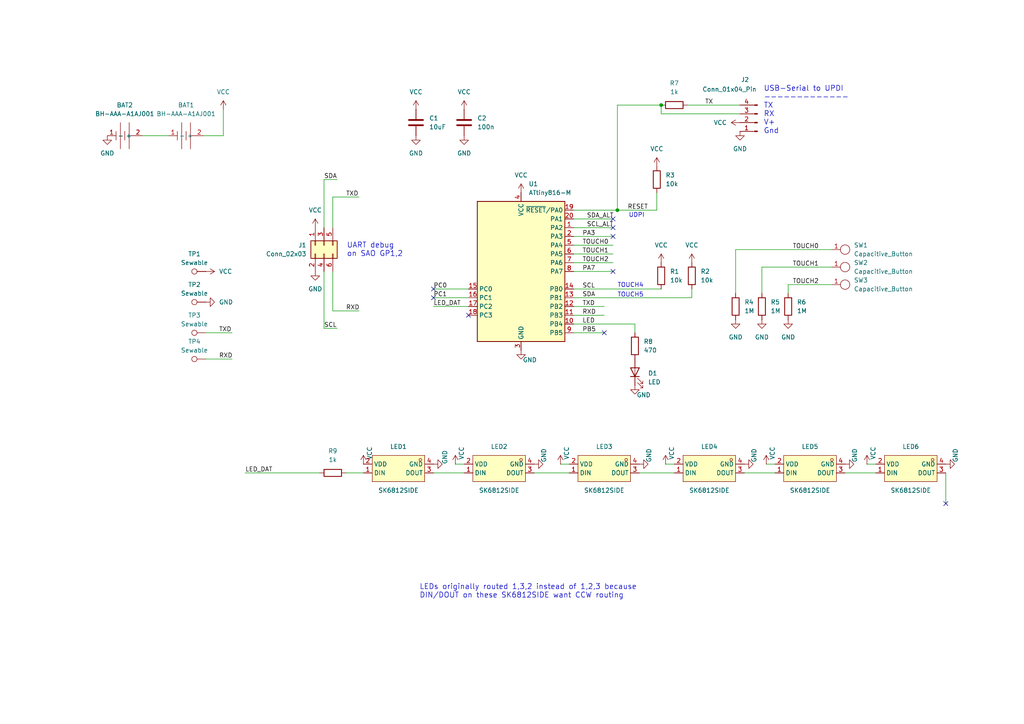
<source format=kicad_sch>
(kicad_sch (version 20250114) (generator "eeschema") (generator_version "9.0")
  (paper "A4")
  (title_block (title "Sketching2025_badge") (date "2024-08-28") (company "todbot  / Tod Kurt"))
  (lib_symbols
    (symbol "Connector:Conn_01x04_Pin" (pin_names (offset 1.016) (hide yes))
      (property "Reference" "J" (at 0 5.08 0))
      (property "Value" "Conn_01x04_Pin" (at 0 -7.62 0))
      (symbol "Conn_01x04_Pin_1_1"
        (rectangle (start 0.8636 2.667) (end 0 2.413) (stroke (width 0.1524)) (fill (type outline)))
        (rectangle (start 0.8636 0.127) (end 0 -0.127) (stroke (width 0.1524)) (fill (type outline)))
        (rectangle (start 0.8636 -2.413) (end 0 -2.667) (stroke (width 0.1524)) (fill (type outline)))
        (rectangle (start 0.8636 -4.953) (end 0 -5.207) (stroke (width 0.1524)) (fill (type outline)))
        (polyline (pts (xy 1.27 2.54) (xy 0.8636 2.54)) (stroke (width 0.1524)))
        (polyline (pts (xy 1.27 0) (xy 0.8636 0)) (stroke (width 0.1524)))
        (polyline (pts (xy 1.27 -2.54) (xy 0.8636 -2.54)) (stroke (width 0.1524)))
        (polyline (pts (xy 1.27 -5.08) (xy 0.8636 -5.08)) (stroke (width 0.1524)))
        (pin passive line (at 5.08 2.54 180) (length 3.81) (name "Pin_1") (number "1"))
        (pin passive line (at 5.08 0 180) (length 3.81) (name "Pin_2") (number "2"))
        (pin passive line (at 5.08 -2.54 180) (length 3.81) (name "Pin_3") (number "3"))
        (pin passive line (at 5.08 -5.08 180) (length 3.81) (name "Pin_4") (number "4"))
      )
    )
    (symbol "Connector:TestPoint" (pin_numbers (hide yes)) (pin_names (offset 0.762) (hide yes))
      (property "Reference" "TP" (at 0 6.858 0))
      (property "Value" "TestPoint" (at 0 5.08 0))
      (symbol "TestPoint_0_1"
        (circle (center 0 3.302) (radius 0.762))
      )
      (symbol "TestPoint_1_1"
        (pin passive line (at 0 0 90) (length 2.54) (name "1") (number "1"))
      )
    )
    (symbol "Device:C" (pin_numbers (hide yes)) (pin_names (offset 0.254))
      (property "Reference" "C" (at 0.635 2.54 0))
      (property "Value" "C" (at 0.635 -2.54 0))
      (symbol "C_0_1"
        (polyline (pts (xy -2.032 0.762) (xy 2.032 0.762)) (stroke (width 0.508)))
        (polyline (pts (xy -2.032 -0.762) (xy 2.032 -0.762)) (stroke (width 0.508)))
      )
      (symbol "C_1_1"
        (pin passive line (at 0 3.81 270) (length 2.794) (name "~") (number "1"))
        (pin passive line (at 0 -3.81 90) (length 2.794) (name "~") (number "2"))
      )
    )
    (symbol "Device:LED" (pin_numbers (hide yes)) (pin_names (offset 1.016) (hide yes))
      (property "Reference" "D" (at 0 2.54 0))
      (property "Value" "LED" (at 0 -2.54 0))
      (symbol "LED_0_1"
        (polyline (pts (xy -3.048 -0.762) (xy -4.572 -2.286) (xy -3.81 -2.286) (xy -4.572 -2.286) (xy -4.572 -1.524)))
        (polyline (pts (xy -1.778 -0.762) (xy -3.302 -2.286) (xy -2.54 -2.286) (xy -3.302 -2.286) (xy -3.302 -1.524)))
        (polyline (pts (xy -1.27 0) (xy 1.27 0)))
        (polyline (pts (xy -1.27 -1.27) (xy -1.27 1.27)) (stroke (width 0.254)))
        (polyline (pts (xy 1.27 -1.27) (xy 1.27 1.27) (xy -1.27 0) (xy 1.27 -1.27)) (stroke (width 0.254)))
      )
      (symbol "LED_1_1"
        (pin passive line (at -3.81 0 0) (length 2.54) (name "K") (number "1"))
        (pin passive line (at 3.81 0 180) (length 2.54) (name "A") (number "2"))
      )
    )
    (symbol "Device:R" (pin_numbers (hide yes)) (pin_names (offset 0))
      (property "Reference" "R" (at 2.032 0 90))
      (property "Value" "R" (at 0 0 90))
      (symbol "R_0_1"
        (rectangle (start -1.016 -2.54) (end 1.016 2.54) (stroke (width 0.254)))
      )
      (symbol "R_1_1"
        (pin passive line (at 0 3.81 270) (length 1.27) (name "~") (number "1"))
        (pin passive line (at 0 -3.81 90) (length 1.27) (name "~") (number "2"))
      )
    )
    (symbol "MCU_Microchip_ATtiny:ATtiny816-M"
      (property "Reference" "U" (at -12.7 21.59 0))
      (property "Value" "ATtiny816-M" (at 2.54 -21.59 0))
      (symbol "ATtiny816-M_0_1"
        (rectangle (start -12.7 -20.32) (end 12.7 20.32) (stroke (width 0.254)) (fill (type background)))
      )
      (symbol "ATtiny816-M_1_1"
        (pin bidirectional line (at -15.24 -5.08 0) (length 2.54) (name "PC0") (number "15"))
        (pin bidirectional line (at -15.24 -7.62 0) (length 2.54) (name "PC1") (number "16"))
        (pin bidirectional line (at -15.24 -10.16 0) (length 2.54) (name "PC2") (number "17"))
        (pin bidirectional line (at -15.24 -12.7 0) (length 2.54) (name "PC3") (number "18"))
        (pin power_in line (at 0 22.86 270) (length 2.54) (name "VCC") (number "4"))
        (pin passive line (at 0 -22.86 90) (length 2.54) (hide yes) (name "GND") (number "21"))
        (pin power_in line (at 0 -22.86 90) (length 2.54) (name "GND") (number "3"))
        (pin bidirectional line (at 15.24 17.78 180) (length 2.54) (name "~{RESET}/PA0") (number "19"))
        (pin bidirectional line (at 15.24 15.24 180) (length 2.54) (name "PA1") (number "20"))
        (pin bidirectional line (at 15.24 12.7 180) (length 2.54) (name "PA2") (number "1"))
        (pin bidirectional line (at 15.24 10.16 180) (length 2.54) (name "PA3") (number "2"))
        (pin bidirectional line (at 15.24 7.62 180) (length 2.54) (name "PA4") (number "5"))
        (pin bidirectional line (at 15.24 5.08 180) (length 2.54) (name "PA5") (number "6"))
        (pin bidirectional line (at 15.24 2.54 180) (length 2.54) (name "PA6") (number "7"))
        (pin bidirectional line (at 15.24 0 180) (length 2.54) (name "PA7") (number "8"))
        (pin bidirectional line (at 15.24 -5.08 180) (length 2.54) (name "PB0") (number "14"))
        (pin bidirectional line (at 15.24 -7.62 180) (length 2.54) (name "PB1") (number "13"))
        (pin bidirectional line (at 15.24 -10.16 180) (length 2.54) (name "PB2") (number "12"))
        (pin bidirectional line (at 15.24 -12.7 180) (length 2.54) (name "PB3") (number "11"))
        (pin bidirectional line (at 15.24 -15.24 180) (length 2.54) (name "PB4") (number "10"))
        (pin bidirectional line (at 15.24 -17.78 180) (length 2.54) (name "PB5") (number "9"))
      )
    )
    (symbol "PCM_4ms_Connector:Conn_02x03" (pin_names (offset 0.0254) (hide yes))
      (property "Reference" "J" (at 0 5.08 0))
      (property "Value" "Conn_02x03" (at 0 7.62 0))
      (symbol "Conn_02x03_0_1"
        (rectangle (start -2.54 3.81) (end 2.54 -3.81) (stroke (width 0.254)) (fill (type background)))
        (rectangle (start -2.54 2.667) (end -1.27 2.413) (stroke (width 0.1524)))
        (rectangle (start -2.54 0.127) (end -1.27 -0.127) (stroke (width 0.1524)))
        (rectangle (start -2.54 -2.413) (end -1.27 -2.667) (stroke (width 0.1524)))
        (rectangle (start 1.27 2.667) (end 2.54 2.413) (stroke (width 0.1524)))
        (rectangle (start 1.27 0.127) (end 2.54 -0.127) (stroke (width 0.1524)))
        (rectangle (start 1.27 -2.413) (end 2.54 -2.667) (stroke (width 0.1524)))
      )
      (symbol "Conn_02x03_1_1"
        (pin passive line (at -6.35 2.54 0) (length 3.81) (name "+12V") (number "1"))
        (pin passive line (at -6.35 0 0) (length 3.81) (name "GND") (number "3"))
        (pin passive line (at -6.35 -2.54 0) (length 3.81) (name "GND") (number "5"))
        (pin passive line (at 6.35 2.54 180) (length 3.81) (name "+12V") (number "2"))
        (pin passive line (at 6.35 0 180) (length 3.81) (name "GND") (number "4"))
        (pin passive line (at 6.35 -2.54 180) (length 3.81) (name "GND") (number "6"))
      )
    )
    (symbol "easyeda2kicad:BH-AAA-A1AJ001"
      (property "Reference" "U" (at 0 5.08 0))
      (property "Value" "BH-AAA-A1AJ001" (at 0 -5.08 0))
      (symbol "BH-AAA-A1AJ001_0_1"
        (polyline (pts (xy -2.54 0) (xy -1.52 0)))
        (polyline (pts (xy -1.27 3.81) (xy -1.27 -3.81)))
        (polyline (pts (xy 0 1.27) (xy 0 -1.27)))
        (polyline (pts (xy 1.27 3.81) (xy 1.27 -3.81)))
        (polyline (pts (xy 2.54 1.27) (xy 2.54 -1.27)))
        (pin power_in line (at -5.08 0 0) (length 2.54) (name "+") (number "2"))
        (pin power_in line (at 5.08 0 180) (length 2.54) (name "-") (number "1"))
      )
    )
    (symbol "power:GND" (power) (pin_numbers (hide yes)) (pin_names (offset 0) (hide yes))
      (property "Value" "GND" (at 0 -3.81 0))
      (symbol "GND_0_1"
        (polyline (pts (xy 0 0) (xy 0 -1.27) (xy 1.27 -1.27) (xy 0 -2.54) (xy -1.27 -1.27) (xy 0 -1.27)))
      )
      (symbol "GND_1_1"
        (pin power_in line (at 0 0 270) (length 0) (name "~") (number "1"))
      )
    )
    (symbol "power:VCC" (power) (pin_numbers (hide yes)) (pin_names (offset 0) (hide yes))
      (property "Value" "VCC" (at 0 3.556 0))
      (symbol "VCC_0_1"
        (polyline (pts (xy -0.762 1.27) (xy 0 2.54)))
        (polyline (pts (xy 0 2.54) (xy 0.762 1.27)))
        (polyline (pts (xy 0 0) (xy 0 2.54)))
      )
      (symbol "VCC_1_1"
        (pin power_in line (at 0 0 90) (length 0) (name "~") (number "1"))
      )
    )
    (symbol "todbot_stuff:Capacitive_Button" (pin_names (offset 0) (hide yes))
      (property "Reference" "SW" (at 0 6.35 0))
      (property "Value" "Capacitive_Button" (at 0 -2.54 0))
      (symbol "Capacitive_Button_0_0"
        (circle (center 0 3.81) (radius 1.3678))
      )
      (symbol "Capacitive_Button_1_1"
        (pin passive line (at 0 0 90) (length 2.54) (name "A") (number "1"))
      )
    )
    (symbol "todbot_stuff:SK6812SIDE"
      (property "Reference" "LED" (at 0 6.35 0))
      (property "Value" "SK6812SIDE" (at 0 -6.35 0))
      (symbol "SK6812SIDE_0_1"
        (rectangle (start -7.62 3.81) (end 7.62 -3.81) (fill (type background)))
        (circle (center -6.35 2.54) (radius 0.38))
      )
      (symbol "SK6812SIDE_1_1"
        (pin unspecified line (at -10.16 1.27 0) (length 2.54) (name "GND") (number "4"))
        (pin unspecified line (at -10.16 -1.27 0) (length 2.54) (name "DOUT") (number "3"))
        (pin unspecified line (at 10.16 1.27 180) (length 2.54) (name "VDD") (number "2"))
        (pin unspecified line (at 10.16 -1.27 180) (length 2.54) (name "DIN") (number "1"))
      )
    )
  )
  (text "LEDs originally routed 1,3,2 instead of 1,2,3 because\nDIN/DOUT on these SK6812SIDE want CCW routing" (at 121.666 169.418 0) (effects (font (size 1.524 1.524)) (justify left top)))
  (text "TOUCH5" (at 182.88 85.598 0) (effects (font (size 1.27 1.27))))
  (text "TOUCH4" (at 182.88 82.804 0) (effects (font (size 1.27 1.27))))
  (text "UART debug \non SAO GP1,2" (at 100.584 70.358 0) (effects (font (size 1.524 1.524)) (justify left top)))
  (text "USB-Serial to UPDI\n-------------\nTX\nRX\nV+\nGnd\n" (at 221.488 24.892 0) (effects (font (size 1.524 1.524)) (justify left top)))
  (text "UDPI" (at 184.658 62.484 0) (effects (font (size 1.27 1.27))))
  (junction (at 179.07 60.96))
  (junction (at 191.77 30.48))
  (no_connect (at 135.89 91.44))
  (no_connect (at 177.8 66.04))
  (no_connect (at 175.26 96.52))
  (no_connect (at 125.73 83.82))
  (no_connect (at 125.73 86.36))
  (no_connect (at 177.8 63.5))
  (no_connect (at 177.8 78.74))
  (no_connect (at 274.32 146.05))
  (no_connect (at 177.8 68.58))
  (wire (pts (xy 59.69 104.14) (xy 67.31 104.14)))
  (wire (pts (xy 166.37 73.66) (xy 177.8 73.66)))
  (wire (pts (xy 162.56 134.62) (xy 165.1 134.62)))
  (wire (pts (xy 200.66 83.82) (xy 200.66 86.36)))
  (wire (pts (xy 125.73 83.82) (xy 135.89 83.82)))
  (wire (pts (xy 220.98 77.47) (xy 241.3 77.47)))
  (wire (pts (xy 100.33 137.16) (xy 105.41 137.16)))
  (wire (pts (xy 132.08 134.62) (xy 134.62 134.62)))
  (wire (pts (xy 166.37 86.36) (xy 200.66 86.36)))
  (wire (pts (xy 245.11 137.16) (xy 254 137.16)))
  (wire (pts (xy 179.07 60.96) (xy 190.5 60.96)))
  (wire (pts (xy 166.37 63.5) (xy 177.8 63.5)))
  (wire (pts (xy 93.98 78.74) (xy 93.98 95.25)))
  (wire (pts (xy 125.73 88.9) (xy 135.89 88.9)))
  (wire (pts (xy 96.52 66.04) (xy 96.52 57.15)))
  (wire (pts (xy 96.52 90.17) (xy 104.14 90.17)))
  (wire (pts (xy 191.77 30.48) (xy 179.07 30.48)))
  (wire (pts (xy 154.94 137.16) (xy 165.1 137.16)))
  (wire (pts (xy 222.25 134.62) (xy 224.79 134.62)))
  (wire (pts (xy 190.5 55.88) (xy 190.5 60.96)))
  (wire (pts (xy 214.63 33.02) (xy 191.77 33.02)))
  (wire (pts (xy 166.37 78.74) (xy 177.8 78.74)))
  (wire (pts (xy 64.77 39.37) (xy 59.055 39.37)))
  (wire (pts (xy 166.37 83.82) (xy 191.77 83.82)))
  (wire (pts (xy 251.46 134.62) (xy 254 134.62)))
  (wire (pts (xy 64.77 31.75) (xy 64.77 39.37)))
  (wire (pts (xy 166.37 60.96) (xy 179.07 60.96)))
  (wire (pts (xy 166.37 68.58) (xy 177.8 68.58)))
  (wire (pts (xy 191.77 33.02) (xy 191.77 30.48)))
  (wire (pts (xy 166.37 88.9) (xy 175.26 88.9)))
  (wire (pts (xy 166.37 96.52) (xy 175.26 96.52)))
  (wire (pts (xy 193.04 134.62) (xy 195.58 134.62)))
  (wire (pts (xy 48.895 39.37) (xy 41.275 39.37)))
  (wire (pts (xy 93.98 52.07) (xy 97.79 52.07)))
  (wire (pts (xy 125.73 86.36) (xy 135.89 86.36)))
  (wire (pts (xy 215.9 137.16) (xy 224.79 137.16)))
  (wire (pts (xy 184.15 93.98) (xy 184.15 96.52)))
  (wire (pts (xy 241.3 82.55) (xy 228.6 82.55)))
  (wire (pts (xy 96.52 57.15) (xy 104.14 57.15)))
  (wire (pts (xy 166.37 71.12) (xy 177.8 71.12)))
  (wire (pts (xy 179.07 30.48) (xy 179.07 60.96)))
  (wire (pts (xy 213.36 72.39) (xy 213.36 85.09)))
  (wire (pts (xy 96.52 78.74) (xy 96.52 90.17)))
  (wire (pts (xy 228.6 82.55) (xy 228.6 85.09)))
  (wire (pts (xy 93.98 52.07) (xy 93.98 66.04)))
  (wire (pts (xy 166.37 93.98) (xy 184.15 93.98)))
  (wire (pts (xy 185.42 137.16) (xy 195.58 137.16)))
  (wire (pts (xy 166.37 76.2) (xy 177.8 76.2)))
  (wire (pts (xy 274.32 137.16) (xy 274.32 146.05)))
  (wire (pts (xy 166.37 66.04) (xy 177.8 66.04)))
  (wire (pts (xy 93.98 95.25) (xy 97.79 95.25)))
  (wire (pts (xy 199.39 30.48) (xy 214.63 30.48)))
  (wire (pts (xy 59.69 96.52) (xy 67.31 96.52)))
  (wire (pts (xy 134.62 137.16) (xy 125.73 137.16)))
  (wire (pts (xy 166.37 91.44) (xy 175.26 91.44)))
  (wire (pts (xy 213.36 72.39) (xy 241.3 72.39)))
  (wire (pts (xy 71.12 137.16) (xy 92.71 137.16)))
  (wire (pts (xy 220.98 77.47) (xy 220.98 85.09)))
  (label "RESET" (at 187.96 60.96 180))
  (label "RXD" (at 168.91 91.44 0))
  (label "RXD" (at 63.5 104.14 0))
  (label "PC0" (at 125.73 83.82 0))
  (label "SCL_ALT" (at 170.18 66.04 0))
  (label "TOUCH1" (at 229.87 77.47 0))
  (label "LED" (at 168.91 93.98 0))
  (label "SDA_ALT" (at 170.18 63.5 0))
  (label "SDA" (at 168.91 86.36 0))
  (label "PC1" (at 125.73 86.36 0))
  (label "TXD" (at 100.33 57.15 0))
  (label "TXD" (at 168.91 88.9 0))
  (label "LED_DAT" (at 71.12 137.16 0))
  (label "RXD" (at 100.33 90.17 0))
  (label "TXD" (at 63.5 96.52 0))
  (label "TOUCH1" (at 168.91 73.66 0))
  (label "TOUCH0" (at 168.91 71.12 0))
  (label "PA3" (at 168.91 68.58 0))
  (label "SDA" (at 93.98 52.07 0))
  (label "SCL" (at 93.98 95.25 0))
  (label "TOUCH2" (at 229.87 82.55 0))
  (label "PA7" (at 168.91 78.74 0))
  (label "TX" (at 204.47 30.48 0))
  (label "PB5" (at 168.91 96.52 0))
  (label "TOUCH0" (at 229.87 72.39 0))
  (label "TOUCH2" (at 168.91 76.2 0))
  (label "SCL" (at 168.91 83.82 0))
  (label "LED_DAT" (at 125.73 88.9 0))
  (symbol (lib_id "MCU_Microchip_ATtiny:ATtiny816-M") (at 151.13 78.74 0) (unit 1)
    (property "Reference" "U1" (at 153.3241 53.34 0) (effects (justify left)))
    (property "Value" "ATtiny816-M" (at 153.3241 55.88 0) (effects (justify left)))
    (property "Footprint" "easyeda2kicad:UQFN-20_L3.0-W3.0-P0.40-BL-EP1.7" (effects (hide yes)))
    (property "Datasheet" "http://ww1.microchip.com/downloads/en/DeviceDoc/40001913A.pdf" (effects (hide yes)))
    (property "Description" "20MHz, 8kB Flash, 512B SRAM, 128B EEPROM, VQFN-20" (effects (hide yes)))
    (property "LCSC Part" "C2052778" (effects (hide yes)))
  )
  (symbol (lib_id "power:VCC") (at 190.5 48.26 0) (unit 1)
    (property "Reference" "#PWR012" (effects (hide yes)))
    (property "Value" "VCC" (at 190.5 43.18 0))
    (property "Description" "Power symbol creates a global label with name \"VCC\"" (effects (hide yes)))
  )
  (symbol (lib_id "Connector:Conn_01x04_Pin") (at 219.71 35.56 180) (unit 1) (in_bom no)
    (property "Reference" "J2" (at 214.884 23.114 0) (effects (justify right)))
    (property "Value" "Conn_01x04_Pin" (at 203.708 25.908 0) (effects (justify right)))
    (property "Footprint" "Connector_Harwin:Harwin_M20-89004xx_1x04_P2.54mm_Horizontal" (effects (hide yes)))
    (property "Description" "Generic connector, single row, 01x04, script generated" (effects (hide yes)))
  )
  (symbol (lib_id "power:GND") (at 125.73 134.62 90) (unit 1)
    (property "Reference" "#PWR017" (effects (hide yes)))
    (property "Value" "GND" (at 129.032 132.588 0))
    (property "Description" "Power symbol creates a global label with name \"GND\" , ground" (effects (hide yes)))
  )
  (symbol (lib_id "power:VCC") (at 64.77 31.75 0) (unit 1)
    (property "Reference" "#PWR031" (effects (hide yes)))
    (property "Value" "VCC" (at 64.77 26.67 0))
    (property "Description" "Power symbol creates a global label with name \"VCC\"" (effects (hide yes)))
  )
  (symbol (lib_id "power:VCC") (at 222.25 134.62 0) (unit 1)
    (property "Reference" "#PWR027" (effects (hide yes)))
    (property "Value" "VCC" (at 224.028 133.35 90) (effects (justify left)))
    (property "Description" "Power symbol creates a global label with name \"VCC\"" (effects (hide yes)))
  )
  (symbol (lib_id "todbot_stuff:SK6812SIDE") (at 264.16 135.89 0) (mirror y) (unit 1)
    (property "Reference" "LED6" (at 264.16 129.54 0))
    (property "Value" "SK6812SIDE" (at 264.16 142.24 0))
    (property "Footprint" "todbot_stuff:LED-SMD_4P-L4.0-W1.6-L" (effects (hide yes)))
    (property "LCSC Part" "C5378721" (effects (hide yes)))
  )
  (symbol (lib_id "power:GND") (at 59.69 87.63 90) (unit 1)
    (property "Reference" "#PWR032" (effects (hide yes)))
    (property "Value" "GND" (at 63.5 87.6299 90) (effects (justify right)))
    (property "Description" "Power symbol creates a global label with name \"GND\" , ground" (effects (hide yes)))
  )
  (symbol (lib_id "power:GND") (at 91.44 78.74 0) (unit 1)
    (property "Reference" "#PWR020" (effects (hide yes)))
    (property "Value" "GND" (at 91.44 83.82 0))
    (property "Description" "Power symbol creates a global label with name \"GND\" , ground" (effects (hide yes)))
  )
  (symbol (lib_id "power:VCC") (at 193.04 134.62 0) (unit 1)
    (property "Reference" "#PWR025" (effects (hide yes)))
    (property "Value" "VCC" (at 194.818 133.35 90) (effects (justify left)))
    (property "Description" "Power symbol creates a global label with name \"VCC\"" (effects (hide yes)))
  )
  (symbol (lib_id "todbot_stuff:Capacitive_Button") (at 241.3 72.39 270) (unit 1)
    (property "Reference" "SW1" (at 247.65 71.1199 90) (effects (justify left)))
    (property "Value" "Capacitive_Button" (at 247.65 73.6599 90) (effects (justify left)))
    (property "Footprint" "todbot_stuff:Pad-CapTouch-10mm-roundrect-nosilk" (effects (hide yes)))
    (property "Description" "Capacitive touch pad" (effects (hide yes)))
  )
  (symbol (lib_id "power:VCC") (at 162.56 134.62 0) (unit 1)
    (property "Reference" "#PWR022" (effects (hide yes)))
    (property "Value" "VCC" (at 164.338 133.35 90) (effects (justify left)))
    (property "Description" "Power symbol creates a global label with name \"VCC\"" (effects (hide yes)))
  )
  (symbol (lib_id "todbot_stuff:SK6812SIDE") (at 175.26 135.89 0) (mirror y) (unit 1)
    (property "Reference" "LED3" (at 175.26 129.54 0))
    (property "Value" "SK6812SIDE" (at 175.26 142.24 0))
    (property "Footprint" "todbot_stuff:LED-SMD_4P-L4.0-W1.6-L" (effects (hide yes)))
    (property "LCSC Part" "C5378721" (effects (hide yes)))
  )
  (symbol (lib_id "easyeda2kicad:BH-AAA-A1AJ001") (at 36.195 39.37 0) (mirror y) (unit 1)
    (property "Reference" "BAT2" (at 36.195 30.48 0))
    (property "Value" "BH-AAA-A1AJ001" (at 36.195 33.02 0))
    (property "Footprint" "easyeda2kicad:BAT-TH_BH-AAA-A1AJ001" (effects (hide yes)))
    (property "LCSC Part" "C5290189" (effects (hide yes)))
  )
  (symbol (lib_id "power:GND") (at 245.11 134.62 90) (unit 1)
    (property "Reference" "#PWR028" (effects (hide yes)))
    (property "Value" "GND" (at 247.904 132.08 0))
    (property "Description" "Power symbol creates a global label with name \"GND\" , ground" (effects (hide yes)))
  )
  (symbol (lib_id "power:VCC") (at 191.77 76.2 0) (unit 1)
    (property "Reference" "#PWR08" (effects (hide yes)))
    (property "Value" "VCC" (at 191.77 71.12 0))
    (property "Description" "Power symbol creates a global label with name \"VCC\"" (effects (hide yes)))
  )
  (symbol (lib_id "power:VCC") (at 59.69 78.74 270) (unit 1)
    (property "Reference" "#PWR033" (effects (hide yes)))
    (property "Value" "VCC" (at 63.5 78.7399 90) (effects (justify left)))
    (property "Description" "Power symbol creates a global label with name \"VCC\"" (effects (hide yes)))
  )
  (symbol (lib_id "power:VCC") (at 134.62 31.75 0) (unit 1)
    (property "Reference" "#PWR06" (effects (hide yes)))
    (property "Value" "VCC" (at 134.62 26.67 0))
    (property "Description" "Power symbol creates a global label with name \"VCC\"" (effects (hide yes)))
  )
  (symbol (lib_id "todbot_stuff:Capacitive_Button") (at 241.3 77.47 270) (unit 1)
    (property "Reference" "SW2" (at 247.65 76.1999 90) (effects (justify left)))
    (property "Value" "Capacitive_Button" (at 247.65 78.7399 90) (effects (justify left)))
    (property "Footprint" "todbot_stuff:Pad-CapTouch-10mm-roundrect-nosilk" (effects (hide yes)))
    (property "Description" "Capacitive touch pad" (effects (hide yes)))
  )
  (symbol (lib_id "Device:R") (at 200.66 80.01 0) (unit 1)
    (property "Reference" "R2" (at 203.2 78.7399 0) (effects (justify left)))
    (property "Value" "10k" (at 203.2 81.2799 0) (effects (justify left)))
    (property "Footprint" "Resistor_SMD:R_0603_1608Metric" (effects (hide yes)))
    (property "Description" "Resistor" (effects (hide yes)))
  )
  (symbol (lib_id "power:VCC") (at 132.08 134.62 0) (unit 1)
    (property "Reference" "#PWR023" (effects (hide yes)))
    (property "Value" "VCC" (at 133.858 133.35 90) (effects (justify left)))
    (property "Description" "Power symbol creates a global label with name \"VCC\"" (effects (hide yes)))
  )
  (symbol (lib_id "power:GND") (at 185.42 134.62 90) (unit 1)
    (property "Reference" "#PWR018" (effects (hide yes)))
    (property "Value" "GND" (at 188.214 132.08 0))
    (property "Description" "Power symbol creates a global label with name \"GND\" , ground" (effects (hide yes)))
  )
  (symbol (lib_id "Device:R") (at 184.15 100.33 0) (unit 1)
    (property "Reference" "R8" (at 186.69 99.0599 0) (effects (justify left)))
    (property "Value" "470" (at 186.69 101.5999 0) (effects (justify left)))
    (property "Footprint" "Resistor_SMD:R_0603_1608Metric" (effects (hide yes)))
    (property "Description" "Resistor" (effects (hide yes)))
  )
  (symbol (lib_id "Device:LED") (at 184.15 107.95 90) (unit 1)
    (property "Reference" "D1" (at 187.96 108.2674 90) (effects (justify right)))
    (property "Value" "LED" (at 187.96 110.8074 90) (effects (justify right)))
    (property "Footprint" "LED_SMD:LED_0603_1608Metric" (effects (hide yes)))
    (property "Description" "Light emitting diode" (effects (hide yes)))
    (property "LCSC Part" "C434425" (effects (hide yes)))
  )
  (symbol (lib_id "power:GND") (at 214.63 38.1 0) (unit 1)
    (property "Reference" "#PWR07" (effects (hide yes)))
    (property "Value" "GND" (at 214.63 43.18 0))
    (property "Description" "Power symbol creates a global label with name \"GND\" , ground" (effects (hide yes)))
  )
  (symbol (lib_id "power:VCC") (at 91.44 66.04 0) (unit 1)
    (property "Reference" "#PWR01" (effects (hide yes)))
    (property "Value" "VCC" (at 91.44 60.96 0))
    (property "Description" "Power symbol creates a global label with name \"VCC\"" (effects (hide yes)))
  )
  (symbol (lib_id "power:VCC") (at 105.41 134.62 0) (unit 1)
    (property "Reference" "#PWR021" (effects (hide yes)))
    (property "Value" "VCC" (at 107.188 133.35 90) (effects (justify left)))
    (property "Description" "Power symbol creates a global label with name \"VCC\"" (effects (hide yes)))
  )
  (symbol (lib_id "Device:R") (at 228.6 88.9 0) (unit 1)
    (property "Reference" "R6" (at 231.14 87.6299 0) (effects (justify left)))
    (property "Value" "1M" (at 231.14 90.1699 0) (effects (justify left)))
    (property "Footprint" "Resistor_SMD:R_0603_1608Metric" (effects (hide yes)))
    (property "Description" "Resistor" (effects (hide yes)))
  )
  (symbol (lib_id "Device:R") (at 213.36 88.9 0) (unit 1)
    (property "Reference" "R4" (at 215.9 87.6299 0) (effects (justify left)))
    (property "Value" "1M" (at 215.9 90.1699 0) (effects (justify left)))
    (property "Footprint" "Resistor_SMD:R_0603_1608Metric" (effects (hide yes)))
    (property "Description" "Resistor" (effects (hide yes)))
  )
  (symbol (lib_id "power:GND") (at 134.62 39.37 0) (unit 1)
    (property "Reference" "#PWR04" (effects (hide yes)))
    (property "Value" "GND" (at 134.62 44.45 0))
    (property "Description" "Power symbol creates a global label with name \"GND\" , ground" (effects (hide yes)))
  )
  (symbol (lib_id "power:GND") (at 31.115 39.37 0) (mirror y) (unit 1)
    (property "Reference" "#PWR024" (effects (hide yes)))
    (property "Value" "GND" (at 31.115 44.45 0))
    (property "Description" "Power symbol creates a global label with name \"GND\" , ground" (effects (hide yes)))
  )
  (symbol (lib_id "todbot_stuff:SK6812SIDE") (at 144.78 135.89 0) (mirror y) (unit 1)
    (property "Reference" "LED2" (at 144.78 129.54 0))
    (property "Value" "SK6812SIDE" (at 144.78 142.24 0))
    (property "Footprint" "todbot_stuff:LED-SMD_4P-L4.0-W1.6-L" (effects (hide yes)))
    (property "LCSC Part" "C5378721" (effects (hide yes)))
  )
  (symbol (lib_id "todbot_stuff:SK6812SIDE") (at 234.95 135.89 0) (mirror y) (unit 1)
    (property "Reference" "LED5" (at 234.95 129.54 0))
    (property "Value" "SK6812SIDE" (at 234.95 142.24 0))
    (property "Footprint" "todbot_stuff:LED-SMD_4P-L4.0-W1.6-L" (effects (hide yes)))
    (property "LCSC Part" "C5378721" (effects (hide yes)))
  )
  (symbol (lib_id "power:GND") (at 215.9 134.62 90) (unit 1)
    (property "Reference" "#PWR026" (effects (hide yes)))
    (property "Value" "GND" (at 218.694 132.08 0))
    (property "Description" "Power symbol creates a global label with name \"GND\" , ground" (effects (hide yes)))
  )
  (symbol (lib_id "power:GND") (at 184.15 111.76 0) (unit 1)
    (property "Reference" "#PWR016" (effects (hide yes)))
    (property "Value" "GND" (at 186.69 114.554 0))
    (property "Description" "Power symbol creates a global label with name \"GND\" , ground" (effects (hide yes)))
  )
  (symbol (lib_id "Connector:TestPoint") (at 59.69 104.14 90) (unit 1)
    (property "Reference" "TP4" (at 56.388 99.06 90))
    (property "Value" "Sewable" (at 56.388 101.6 90))
    (property "Footprint" "TestPoint:TestPoint_Keystone_5010-5014_Multipurpose" (effects (hide yes)))
    (property "Description" "test point" (effects (hide yes)))
  )
  (symbol (lib_id "Connector:TestPoint") (at 59.69 87.63 90) (unit 1)
    (property "Reference" "TP2" (at 56.388 82.55 90))
    (property "Value" "Sewable" (at 56.388 85.09 90))
    (property "Footprint" "TestPoint:TestPoint_Keystone_5010-5014_Multipurpose" (effects (hide yes)))
    (property "Description" "test point" (effects (hide yes)))
  )
  (symbol (lib_id "power:GND") (at 220.98 92.71 0) (unit 1)
    (property "Reference" "#PWR014" (effects (hide yes)))
    (property "Value" "GND" (at 220.98 97.79 0))
    (property "Description" "Power symbol creates a global label with name \"GND\" , ground" (effects (hide yes)))
  )
  (symbol (lib_id "power:VCC") (at 151.13 55.88 0) (unit 1)
    (property "Reference" "#PWR09" (effects (hide yes)))
    (property "Value" "VCC" (at 151.13 50.8 0))
    (property "Description" "Power symbol creates a global label with name \"VCC\"" (effects (hide yes)))
  )
  (symbol (lib_id "power:GND") (at 151.13 101.6 0) (unit 1)
    (property "Reference" "#PWR011" (effects (hide yes)))
    (property "Value" "GND" (at 153.67 104.394 0))
    (property "Description" "Power symbol creates a global label with name \"GND\" , ground" (effects (hide yes)))
  )
  (symbol (lib_id "power:GND") (at 213.36 92.71 0) (unit 1)
    (property "Reference" "#PWR013" (effects (hide yes)))
    (property "Value" "GND" (at 213.36 97.79 0))
    (property "Description" "Power symbol creates a global label with name \"GND\" , ground" (effects (hide yes)))
  )
  (symbol (lib_id "Connector:TestPoint") (at 59.69 78.74 90) (unit 1)
    (property "Reference" "TP1" (at 56.388 73.66 90))
    (property "Value" "Sewable" (at 56.388 76.2 90))
    (property "Footprint" "TestPoint:TestPoint_Keystone_5010-5014_Multipurpose" (effects (hide yes)))
    (property "Description" "test point" (effects (hide yes)))
  )
  (symbol (lib_id "todbot_stuff:SK6812SIDE") (at 115.57 135.89 0) (mirror y) (unit 1)
    (property "Reference" "LED1" (at 115.57 129.54 0))
    (property "Value" "SK6812SIDE" (at 115.57 142.24 0))
    (property "Footprint" "todbot_stuff:LED-SMD_4P-L4.0-W1.6-L" (effects (hide yes)))
    (property "LCSC Part" "C5378721" (effects (hide yes)))
  )
  (symbol (lib_id "Device:R") (at 220.98 88.9 0) (unit 1)
    (property "Reference" "R5" (at 223.52 87.6299 0) (effects (justify left)))
    (property "Value" "1M" (at 223.52 90.1699 0) (effects (justify left)))
    (property "Footprint" "Resistor_SMD:R_0603_1608Metric" (effects (hide yes)))
    (property "Description" "Resistor" (effects (hide yes)))
  )
  (symbol (lib_id "Device:R") (at 96.52 137.16 90) (unit 1)
    (property "Reference" "R9" (at 96.52 130.81 90))
    (property "Value" "1k" (at 96.52 133.35 90))
    (property "Footprint" "Resistor_SMD:R_0603_1608Metric" (effects (hide yes)))
    (property "Description" "Resistor" (effects (hide yes)))
  )
  (symbol (lib_id "power:VCC") (at 214.63 35.56 90) (unit 1)
    (property "Reference" "#PWR02" (effects (hide yes)))
    (property "Value" "VCC" (at 210.82 35.5599 90) (effects (justify left)))
    (property "Description" "Power symbol creates a global label with name \"VCC\"" (effects (hide yes)))
  )
  (symbol (lib_id "Device:R") (at 190.5 52.07 0) (unit 1)
    (property "Reference" "R3" (at 193.04 50.7999 0) (effects (justify left)))
    (property "Value" "10k" (at 193.04 53.3399 0) (effects (justify left)))
    (property "Footprint" "Resistor_SMD:R_0603_1608Metric" (effects (hide yes)))
    (property "Description" "Resistor" (effects (hide yes)))
  )
  (symbol (lib_id "power:GND") (at 228.6 92.71 0) (unit 1)
    (property "Reference" "#PWR015" (effects (hide yes)))
    (property "Value" "GND" (at 228.6 97.79 0))
    (property "Description" "Power symbol creates a global label with name \"GND\" , ground" (effects (hide yes)))
  )
  (symbol (lib_id "power:VCC") (at 120.65 31.75 0) (unit 1)
    (property "Reference" "#PWR05" (effects (hide yes)))
    (property "Value" "VCC" (at 120.65 26.67 0))
    (property "Description" "Power symbol creates a global label with name \"VCC\"" (effects (hide yes)))
  )
  (symbol (lib_id "Device:C") (at 120.65 35.56 0) (unit 1)
    (property "Reference" "C1" (at 124.46 34.2899 0) (effects (justify left)))
    (property "Value" "10uF" (at 124.46 36.8299 0) (effects (justify left)))
    (property "Footprint" "Resistor_SMD:R_0603_1608Metric" (effects (hide yes)))
    (property "Description" "Unpolarized capacitor" (effects (hide yes)))
  )
  (symbol (lib_id "Device:R") (at 191.77 80.01 0) (unit 1)
    (property "Reference" "R1" (at 194.31 78.7399 0) (effects (justify left)))
    (property "Value" "10k" (at 194.31 81.2799 0) (effects (justify left)))
    (property "Footprint" "Resistor_SMD:R_0603_1608Metric" (effects (hide yes)))
    (property "Description" "Resistor" (effects (hide yes)))
  )
  (symbol (lib_id "power:VCC") (at 200.66 76.2 0) (unit 1)
    (property "Reference" "#PWR010" (effects (hide yes)))
    (property "Value" "VCC" (at 200.66 71.12 0))
    (property "Description" "Power symbol creates a global label with name \"VCC\"" (effects (hide yes)))
  )
  (symbol (lib_id "todbot_stuff:SK6812SIDE") (at 205.74 135.89 0) (mirror y) (unit 1)
    (property "Reference" "LED4" (at 205.74 129.54 0))
    (property "Value" "SK6812SIDE" (at 205.74 142.24 0))
    (property "Footprint" "todbot_stuff:LED-SMD_4P-L4.0-W1.6-L" (effects (hide yes)))
    (property "LCSC Part" "C5378721" (effects (hide yes)))
  )
  (symbol (lib_id "power:GND") (at 120.65 39.37 0) (unit 1)
    (property "Reference" "#PWR03" (effects (hide yes)))
    (property "Value" "GND" (at 120.65 44.45 0))
    (property "Description" "Power symbol creates a global label with name \"GND\" , ground" (effects (hide yes)))
  )
  (symbol (lib_id "Device:R") (at 195.58 30.48 270) (unit 1)
    (property "Reference" "R7" (at 195.58 24.13 90))
    (property "Value" "1k" (at 195.58 26.67 90))
    (property "Footprint" "Resistor_SMD:R_0603_1608Metric" (effects (hide yes)))
    (property "Description" "Resistor" (effects (hide yes)))
  )
  (symbol (lib_id "easyeda2kicad:BH-AAA-A1AJ001") (at 53.975 39.37 0) (mirror y) (unit 1)
    (property "Reference" "BAT1" (at 53.975 30.48 0))
    (property "Value" "BH-AAA-A1AJ001" (at 53.975 33.02 0))
    (property "Footprint" "easyeda2kicad:BAT-TH_BH-AAA-A1AJ001" (effects (hide yes)))
    (property "LCSC Part" "C5290189" (effects (hide yes)))
  )
  (symbol (lib_id "PCM_4ms_Connector:Conn_02x03") (at 93.98 72.39 90) (mirror x) (unit 1)
    (property "Reference" "J1" (at 88.9 71.1199 90) (effects (justify left)))
    (property "Value" "Conn_02x03" (at 88.9 73.6599 90) (effects (justify left)))
    (property "Footprint" "Connector_PinSocket_2.54mm:PinSocket_2x03_P2.54mm_Vertical" (effects (hide yes)))
    (property "Description" "HEADER 2x3 MALE PINS 0.100” 180deg" (effects (hide yes)))
    (property "Specifications" "HEADER 2x3 MALE PINS 0.100” 180deg" (effects (hide yes)))
    (property "Manufacturer" "Cixi Langlin" (effects (hide yes)))
    (property "Part Number" "LL1009-2A, 2.54MM 2*3PIN HEADER,LENGTH=20MM" (effects (hide yes)))
  )
  (symbol (lib_id "Device:C") (at 134.62 35.56 0) (unit 1)
    (property "Reference" "C2" (at 138.43 34.2899 0) (effects (justify left)))
    (property "Value" "100n" (at 138.43 36.8299 0) (effects (justify left)))
    (property "Footprint" "Resistor_SMD:R_0603_1608Metric" (effects (hide yes)))
    (property "Description" "Unpolarized capacitor" (effects (hide yes)))
  )
  (symbol (lib_id "Connector:TestPoint") (at 59.69 96.52 90) (unit 1)
    (property "Reference" "TP3" (at 56.388 91.44 90))
    (property "Value" "Sewable" (at 56.388 93.98 90))
    (property "Footprint" "TestPoint:TestPoint_Keystone_5010-5014_Multipurpose" (effects (hide yes)))
    (property "Description" "test point" (effects (hide yes)))
  )
  (symbol (lib_id "power:GND") (at 154.94 134.62 90) (unit 1)
    (property "Reference" "#PWR019" (effects (hide yes)))
    (property "Value" "GND" (at 157.734 132.08 0))
    (property "Description" "Power symbol creates a global label with name \"GND\" , ground" (effects (hide yes)))
  )
  (symbol (lib_id "todbot_stuff:Capacitive_Button") (at 241.3 82.55 270) (unit 1)
    (property "Reference" "SW3" (at 247.65 81.2799 90) (effects (justify left)))
    (property "Value" "Capacitive_Button" (at 247.65 83.8199 90) (effects (justify left)))
    (property "Footprint" "todbot_stuff:Pad-CapTouch-10mm-roundrect-nosilk" (effects (hide yes)))
    (property "Description" "Capacitive touch pad" (effects (hide yes)))
  )
  (symbol (lib_id "power:GND") (at 274.32 134.62 90) (unit 1)
    (property "Reference" "#PWR030" (effects (hide yes)))
    (property "Value" "GND" (at 277.114 132.08 0))
    (property "Description" "Power symbol creates a global label with name \"GND\" , ground" (effects (hide yes)))
  )
  (symbol (lib_id "power:VCC") (at 251.46 134.62 0) (unit 1)
    (property "Reference" "#PWR029" (effects (hide yes)))
    (property "Value" "VCC" (at 253.238 133.35 90) (effects (justify left)))
    (property "Description" "Power symbol creates a global label with name \"VCC\"" (effects (hide yes)))
  )
)
</source>
